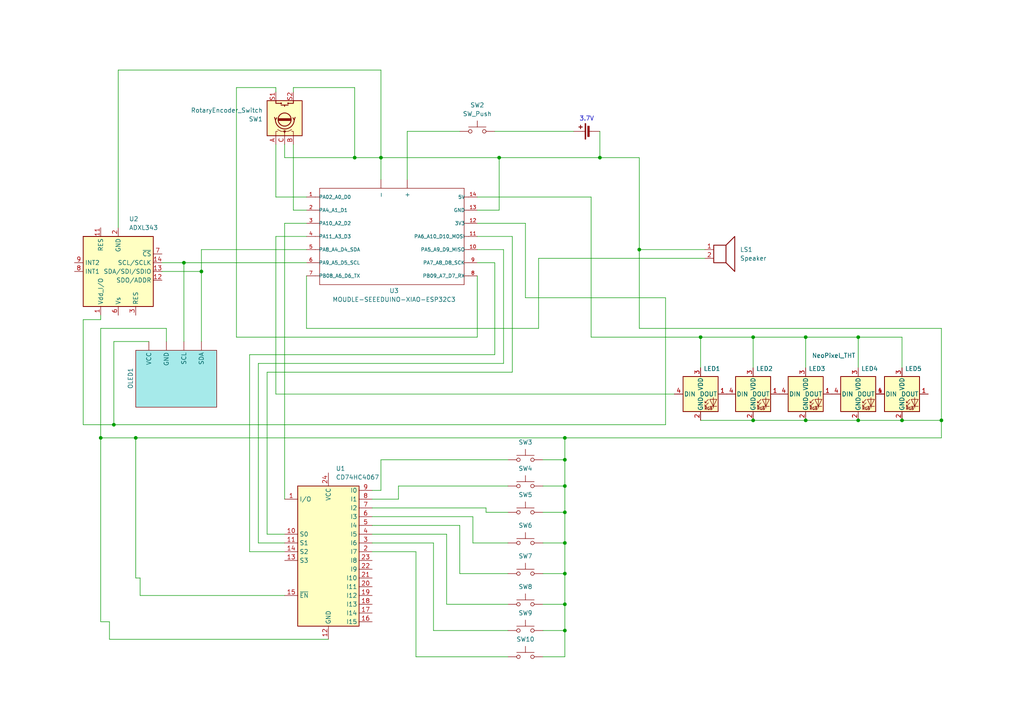
<source format=kicad_sch>
(kicad_sch (version 20250114) (generator "eeschema") (generator_version "9.0")
  (paper "A4")
  (lib_symbols
    (symbol "Device:Battery_Cell" (pin_numbers (hide yes)) (pin_names (offset 0) (hide yes))
      (property "Reference" "BT" (at 2.54 2.54 0))
      (property "Value" "Battery_Cell" (at 2.54 0 0))
      (symbol "Battery_Cell_0_1"
        (rectangle (start -2.286 1.778) (end 2.286 1.524) (fill (type outline)))
        (rectangle (start -1.524 1.016) (end 1.524 0.508) (fill (type outline)))
        (polyline (pts (xy 0 1.778) (xy 0 2.54)))
        (polyline (pts (xy 0 0.762) (xy 0 0)))
        (polyline (pts (xy 0.762 3.048) (xy 1.778 3.048)) (stroke (width 0.254)))
        (polyline (pts (xy 1.27 3.556) (xy 1.27 2.54)) (stroke (width 0.254)))
      )
      (symbol "Battery_Cell_1_1"
        (pin passive line (at 0 5.08 270) (length 2.54) (name "+") (number "1"))
        (pin passive line (at 0 -2.54 90) (length 2.54) (name "-") (number "2"))
      )
    )
    (symbol "Device:RotaryEncoder_Switch" (pin_names (offset 0.254) (hide yes))
      (property "Reference" "SW" (at 0 6.604 0))
      (property "Value" "RotaryEncoder_Switch" (at 0 -6.604 0))
      (symbol "RotaryEncoder_Switch_0_1"
        (rectangle (start -5.08 5.08) (end 5.08 -5.08) (stroke (width 0.254)) (fill (type background)))
        (polyline (pts (xy -5.08 2.54) (xy -3.81 2.54) (xy -3.81 2.032)))
        (polyline (pts (xy -5.08 0) (xy -3.81 0) (xy -3.81 -1.016) (xy -3.302 -2.032)))
        (polyline (pts (xy -5.08 -2.54) (xy -3.81 -2.54) (xy -3.81 -2.032)))
        (polyline (pts (xy -4.318 0) (xy -3.81 0) (xy -3.81 1.016) (xy -3.302 2.032)))
        (circle (center -3.81 0) (radius 0.254) (fill (type outline)))
        (polyline (pts (xy -0.635 -1.778) (xy -0.635 1.778)) (stroke (width 0.254)))
        (circle (center -0.381 0) (radius 1.905) (stroke (width 0.254)))
        (polyline (pts (xy -0.381 -1.778) (xy -0.381 1.778)) (stroke (width 0.254)))
        (arc (start -0.381 -2.794) (mid -3.0988 -0.0635) (end -0.381 2.667) (stroke (width 0.254)))
        (polyline (pts (xy -0.127 1.778) (xy -0.127 -1.778)) (stroke (width 0.254)))
        (polyline (pts (xy 0.254 2.921) (xy -0.508 2.667) (xy 0.127 2.286)) (stroke (width 0.254)))
        (polyline (pts (xy 0.254 -3.048) (xy -0.508 -2.794) (xy 0.127 -2.413)) (stroke (width 0.254)))
        (polyline (pts (xy 3.81 1.016) (xy 3.81 -1.016)) (stroke (width 0.254)))
        (polyline (pts (xy 3.81 0) (xy 3.429 0)) (stroke (width 0.254)))
        (circle (center 4.318 1.016) (radius 0.127) (stroke (width 0.254)))
        (circle (center 4.318 -1.016) (radius 0.127) (stroke (width 0.254)))
        (polyline (pts (xy 5.08 2.54) (xy 4.318 2.54) (xy 4.318 1.016)) (stroke (width 0.254)))
        (polyline (pts (xy 5.08 -2.54) (xy 4.318 -2.54) (xy 4.318 -1.016)) (stroke (width 0.254)))
      )
      (symbol "RotaryEncoder_Switch_1_1"
        (pin passive line (at -7.62 2.54 0) (length 2.54) (name "A") (number "A"))
        (pin passive line (at -7.62 0 0) (length 2.54) (name "C") (number "C"))
        (pin passive line (at -7.62 -2.54 0) (length 2.54) (name "B") (number "B"))
        (pin passive line (at 7.62 2.54 180) (length 2.54) (name "S1") (number "S1"))
        (pin passive line (at 7.62 -2.54 180) (length 2.54) (name "S2") (number "S2"))
      )
    )
    (symbol "Device:Speaker" (pin_names (offset 0) (hide yes))
      (property "Reference" "LS" (at 1.27 5.715 0))
      (property "Value" "Speaker" (at 1.27 3.81 0))
      (symbol "Speaker_0_0"
        (rectangle (start -2.54 1.27) (end 1.016 -3.81) (stroke (width 0.254)))
        (polyline (pts (xy 1.016 1.27) (xy 3.556 3.81) (xy 3.556 -6.35) (xy 1.016 -3.81)) (stroke (width 0.254)))
      )
      (symbol "Speaker_1_1"
        (pin input line (at -5.08 0 0) (length 2.54) (name "1") (number "1"))
        (pin input line (at -5.08 -2.54 0) (length 2.54) (name "2") (number "2"))
      )
    )
    (symbol "Introduction to Sensors and Circuits Library:SSD1306_128x64_OLED_screen"
      (property "Reference" "OLED1" (at -2.54 -1.27 0))
      (property "Value" "~" (at -3.81 -1.27 0))
      (symbol "SSD1306_128x64_OLED_screen_0_1"
        (rectangle (start -11.43 7.62) (end 12.065 -8.89) (fill (type color) (color 0 194 194 0.35)))
      )
      (symbol "SSD1306_128x64_OLED_screen_1_1"
        (pin input line (at -7.62 10.16 270) (length 2.54) (name "VCC") (number ""))
        (pin input line (at -2.54 10.16 270) (length 2.54) (name "GND") (number ""))
        (pin input line (at 2.54 10.16 270) (length 2.54) (name "SCL") (number ""))
        (pin input line (at 7.62 10.16 270) (length 2.54) (name "SDA") (number ""))
      )
    )
    (symbol "LED:NeoPixel_THT" (pin_names (offset 0.254))
      (property "Reference" "D" (at 5.08 5.715 0))
      (property "Value" "NeoPixel_THT" (at 1.27 -5.715 0))
      (symbol "NeoPixel_THT_0_0"
        (text "RGB" (at 2.286 -4.191 0) (effects (font (size 0.762 0.762))))
      )
      (symbol "NeoPixel_THT_0_1"
        (polyline (pts (xy 1.27 -2.54) (xy 1.778 -2.54)))
        (polyline (pts (xy 1.27 -3.556) (xy 1.778 -3.556)))
        (polyline (pts (xy 2.286 -1.524) (xy 1.27 -2.54) (xy 1.27 -2.032)))
        (polyline (pts (xy 2.286 -2.54) (xy 1.27 -3.556) (xy 1.27 -3.048)))
        (polyline (pts (xy 3.683 -1.016) (xy 3.683 -3.556) (xy 3.683 -4.064)))
        (polyline (pts (xy 4.699 -1.524) (xy 2.667 -1.524) (xy 3.683 -3.556) (xy 4.699 -1.524)))
        (polyline (pts (xy 4.699 -3.556) (xy 2.667 -3.556)))
        (rectangle (start 5.08 5.08) (end -5.08 -5.08) (stroke (width 0.254)) (fill (type background)))
      )
      (symbol "NeoPixel_THT_1_1"
        (pin input line (at -7.62 0 0) (length 2.54) (name "DIN") (number "4"))
        (pin power_in line (at 0 7.62 270) (length 2.54) (name "VDD") (number "3"))
        (pin power_in line (at 0 -7.62 90) (length 2.54) (name "GND") (number "2"))
        (pin output line (at 7.62 0 180) (length 2.54) (name "DOUT") (number "1"))
      )
    )
    (symbol "MOUDLE-SEEEDUINO-XIAO-ESP32C3:MOUDLE-SEEEDUINO-XIAO-ESP32C3" (pin_names (offset 1.016))
      (property "Reference" "U3" (at -0.635 19.05 0))
      (property "Value" "MOUDLE-SEEEDUINO-XIAO-ESP32C3" (at -0.635 16.51 0))
      (symbol "MOUDLE-SEEEDUINO-XIAO-ESP32C3_0_0"
        (polyline (pts (xy -21.59 13.97) (xy 20.32 13.97)) (stroke (width 0.1524)))
        (polyline (pts (xy -21.59 11.43) (xy -22.86 11.43)) (stroke (width 0.1524)))
        (polyline (pts (xy -21.59 11.43) (xy -21.59 13.97)) (stroke (width 0.1524)))
        (polyline (pts (xy -21.59 7.62) (xy -22.86 7.62)) (stroke (width 0.1524)))
        (polyline (pts (xy -21.59 7.62) (xy -21.59 11.43)) (stroke (width 0.1524)))
        (polyline (pts (xy -21.59 3.81) (xy -22.86 3.81)) (stroke (width 0.1524)))
        (polyline (pts (xy -21.59 3.81) (xy -21.59 7.62)) (stroke (width 0.1524)))
        (polyline (pts (xy -21.59 0) (xy -22.86 0)) (stroke (width 0.1524)))
        (polyline (pts (xy -21.59 0) (xy -21.59 3.81)) (stroke (width 0.1524)))
        (polyline (pts (xy -21.59 -3.81) (xy -22.86 -3.81)) (stroke (width 0.1524)))
        (polyline (pts (xy -21.59 -7.62) (xy -22.86 -7.62)) (stroke (width 0.1524)))
        (polyline (pts (xy -21.59 -11.43) (xy -22.86 -11.43)) (stroke (width 0.1524)))
        (polyline (pts (xy -21.59 -13.97) (xy -21.59 0)) (stroke (width 0.1524)))
        (polyline (pts (xy 20.32 13.97) (xy 20.32 11.43)) (stroke (width 0.1524)))
        (polyline (pts (xy 20.32 11.43) (xy 20.32 7.62)) (stroke (width 0.1524)))
        (polyline (pts (xy 20.32 7.62) (xy 20.32 3.81)) (stroke (width 0.1524)))
        (polyline (pts (xy 20.32 3.81) (xy 20.32 -13.97)) (stroke (width 0.1524)))
        (polyline (pts (xy 20.32 -13.97) (xy -21.59 -13.97)) (stroke (width 0.1524)))
        (polyline (pts (xy 21.59 11.43) (xy 20.32 11.43)) (stroke (width 0.1524)))
        (polyline (pts (xy 21.59 7.62) (xy 20.32 7.62)) (stroke (width 0.1524)))
        (polyline (pts (xy 21.59 3.81) (xy 20.32 3.81)) (stroke (width 0.1524)))
        (polyline (pts (xy 21.59 0) (xy 20.32 0)) (stroke (width 0.1524)))
        (polyline (pts (xy 21.59 -3.81) (xy 20.32 -3.81)) (stroke (width 0.1524)))
        (polyline (pts (xy 21.59 -7.62) (xy 20.32 -7.62)) (stroke (width 0.1524)))
        (polyline (pts (xy 21.59 -11.43) (xy 20.32 -11.43)) (stroke (width 0.1524)))
        (pin bidirectional line (at -25.4 11.43 0) (length 2.54) (name "PA02_A0_D0") (number "1"))
        (pin bidirectional line (at -25.4 7.62 0) (length 2.54) (name "PA4_A1_D1") (number "2"))
        (pin bidirectional line (at -25.4 3.81 0) (length 2.54) (name "PA10_A2_D2") (number "3"))
        (pin bidirectional line (at -25.4 0 0) (length 2.54) (name "PA11_A3_D3") (number "4"))
        (pin bidirectional line (at -25.4 -3.81 0) (length 2.54) (name "PA8_A4_D4_SDA") (number "5"))
        (pin bidirectional line (at -25.4 -7.62 0) (length 2.54) (name "PA9_A5_D5_SCL") (number "6"))
        (pin bidirectional line (at -25.4 -11.43 0) (length 2.54) (name "PB08_A6_D6_TX") (number "7"))
        (pin bidirectional line (at 24.13 11.43 180) (length 2.54) (name "5V") (number "14"))
        (pin bidirectional line (at 24.13 7.62 180) (length 2.54) (name "GND") (number "13"))
        (pin bidirectional line (at 24.13 3.81 180) (length 2.54) (name "3V3") (number "12"))
        (pin bidirectional line (at 24.13 0 180) (length 2.54) (name "PA6_A10_D10_MOSI") (number "11"))
        (pin bidirectional line (at 24.13 -3.81 180) (length 2.54) (name "PA5_A9_D9_MISO") (number "10"))
        (pin bidirectional line (at 24.13 -7.62 180) (length 2.54) (name "PA7_A8_D8_SCK") (number "9"))
        (pin bidirectional line (at 24.13 -11.43 180) (length 2.54) (name "PB09_A7_D7_RX") (number "8"))
      )
      (symbol "MOUDLE-SEEEDUINO-XIAO-ESP32C3_1_1"
        (pin input line (at -3.81 16.51 270) (length 2.54) (name "-") (number ""))
        (pin input line (at 3.81 16.51 270) (length 2.54) (name "+") (number ""))
      )
    )
    (symbol "Sensor_Motion:ADXL343"
      (property "Reference" "U" (at -8.89 11.43 0))
      (property "Value" "ADXL343" (at -7.62 -11.43 0))
      (symbol "ADXL343_0_1"
        (rectangle (start -10.16 10.16) (end 10.16 -10.16) (stroke (width 0.254)) (fill (type background)))
      )
      (symbol "ADXL343_1_1"
        (pin bidirectional line (at -12.7 2.54 0) (length 2.54) (name "SDO/ADDR") (number "12"))
        (pin bidirectional line (at -12.7 0 0) (length 2.54) (name "SDA/SDI/SDIO") (number "13"))
        (pin input line (at -12.7 -2.54 0) (length 2.54) (name "SCL/SCLK") (number "14"))
        (pin input line (at -12.7 -5.08 0) (length 2.54) (name "~{CS}") (number "7"))
        (pin passive line (at -5.08 12.7 270) (length 2.54) (name "RES") (number "3"))
        (pin no_connect line (at -5.08 -10.16 90) (length 2.54) (hide yes) (name "NC") (number "10"))
        (pin power_in line (at 0 12.7 270) (length 2.54) (name "Vs") (number "6"))
        (pin power_in line (at 0 -12.7 90) (length 2.54) (name "GND") (number "2"))
        (pin passive line (at 0 -12.7 90) (length 2.54) (hide yes) (name "GND") (number "4"))
        (pin passive line (at 0 -12.7 90) (length 2.54) (hide yes) (name "GND") (number "5"))
        (pin power_in line (at 5.08 12.7 270) (length 2.54) (name "Vdd_I/O") (number "1"))
        (pin passive line (at 5.08 -12.7 90) (length 2.54) (name "RES") (number "11"))
        (pin output line (at 12.7 0 180) (length 2.54) (name "INT1") (number "8"))
        (pin output line (at 12.7 -2.54 180) (length 2.54) (name "INT2") (number "9"))
      )
    )
    (symbol "SparkFun-IC-Special-Function:CD74HC4067"
      (property "Reference" "U" (at -7.62 17.78 0))
      (property "Value" "CD74HC4067" (at 7.62 17.78 0))
      (symbol "CD74HC4067_0_1"
        (rectangle (start -8.89 16.51) (end 8.89 -24.13) (stroke (width 0.254)) (fill (type background)))
      )
      (symbol "CD74HC4067_1_1"
        (pin bidirectional line (at -12.7 12.7 0) (length 3.81) (name "I/O") (number "1"))
        (pin input line (at -12.7 2.54 0) (length 3.81) (name "S0") (number "10"))
        (pin input line (at -12.7 0 0) (length 3.81) (name "S1") (number "11"))
        (pin input line (at -12.7 -2.54 0) (length 3.81) (name "S2") (number "14"))
        (pin input line (at -12.7 -5.08 0) (length 3.81) (name "S3") (number "13"))
        (pin input line (at -12.7 -15.24 0) (length 3.81) (name "~{EN}") (number "15"))
        (pin power_in line (at 0 20.32 270) (length 3.81) (name "VCC") (number "24"))
        (pin power_in line (at 0 -27.94 90) (length 3.81) (name "GND") (number "12"))
        (pin bidirectional line (at 12.7 15.24 180) (length 3.81) (name "I0") (number "9"))
        (pin bidirectional line (at 12.7 12.7 180) (length 3.81) (name "I1") (number "8"))
        (pin bidirectional line (at 12.7 10.16 180) (length 3.81) (name "I2") (number "7"))
        (pin bidirectional line (at 12.7 7.62 180) (length 3.81) (name "I3") (number "6"))
        (pin bidirectional line (at 12.7 5.08 180) (length 3.81) (name "I4") (number "5"))
        (pin bidirectional line (at 12.7 2.54 180) (length 3.81) (name "I5") (number "4"))
        (pin bidirectional line (at 12.7 0 180) (length 3.81) (name "I6") (number "3"))
        (pin bidirectional line (at 12.7 -2.54 180) (length 3.81) (name "I7") (number "2"))
        (pin bidirectional line (at 12.7 -5.08 180) (length 3.81) (name "I8") (number "23"))
        (pin bidirectional line (at 12.7 -7.62 180) (length 3.81) (name "I9") (number "22"))
        (pin bidirectional line (at 12.7 -10.16 180) (length 3.81) (name "I10") (number "21"))
        (pin bidirectional line (at 12.7 -12.7 180) (length 3.81) (name "I11") (number "20"))
        (pin bidirectional line (at 12.7 -15.24 180) (length 3.81) (name "I12") (number "19"))
        (pin bidirectional line (at 12.7 -17.78 180) (length 3.81) (name "I13") (number "18"))
        (pin bidirectional line (at 12.7 -20.32 180) (length 3.81) (name "I14") (number "17"))
        (pin bidirectional line (at 12.7 -22.86 180) (length 3.81) (name "I15") (number "16"))
      )
    )
    (symbol "SparkFun-Switch:SPST_Push_PTH_RA_7.4x4.3mm" (pin_numbers (hide yes)) (pin_names (offset 0) (hide yes))
      (property "Reference" "SW" (at 0 5.08 0))
      (property "Value" "PTH_RA_7.4x4.3mm" (at 0 -2.54 0))
      (symbol "SPST_Push_PTH_RA_7.4x4.3mm_0_1"
        (circle (center -2.032 0) (radius 0.508))
        (polyline (pts (xy 0 1.27) (xy 0 3.048)))
        (circle (center 2.032 0) (radius 0.508))
        (polyline (pts (xy 2.54 1.27) (xy -2.54 1.27)))
        (pin passive line (at -5.08 0 0) (length 2.54) (name "1") (number "1"))
        (pin passive line (at 5.08 0 180) (length 2.54) (name "2") (number "2"))
      )
      (symbol "SPST_Push_PTH_RA_7.4x4.3mm_1_1"
        (pin passive line (at -5.08 2.54 0) (length 2.54) (hide yes) (name "M1") (number "M1"))
        (pin passive line (at 5.08 2.54 180) (length 2.54) (hide yes) (name "M2") (number "M2"))
      )
    )
    (symbol "Switch:SW_Push" (pin_numbers (hide yes)) (pin_names (offset 1.016) (hide yes))
      (property "Reference" "SW" (at 1.27 2.54 0))
      (property "Value" "SW_Push" (at 0 -1.524 0))
      (symbol "SW_Push_0_1"
        (circle (center -2.032 0) (radius 0.508))
        (polyline (pts (xy 0 1.27) (xy 0 3.048)))
        (circle (center 2.032 0) (radius 0.508))
        (polyline (pts (xy 2.54 1.27) (xy -2.54 1.27)))
        (pin passive line (at -5.08 0 0) (length 2.54) (name "1") (number "1"))
        (pin passive line (at 5.08 0 180) (length 2.54) (name "2") (number "2"))
      )
    )
  )
  (text "3.7V" (at 170.18 34.544 0) (effects (font (size 1.27 1.27))))
  (junction (at 144.78 45.72))
  (junction (at 261.62 121.92))
  (junction (at 163.83 182.88))
  (junction (at 273.05 121.92))
  (junction (at 29.21 127))
  (junction (at 102.87 45.72))
  (junction (at 163.83 133.35))
  (junction (at 218.44 97.79))
  (junction (at 163.83 175.26))
  (junction (at 163.83 127))
  (junction (at 163.83 140.97))
  (junction (at 233.68 97.79))
  (junction (at 233.68 121.92))
  (junction (at 163.83 148.59))
  (junction (at 218.44 121.92))
  (junction (at 33.02 123.19))
  (junction (at 39.37 127))
  (junction (at 110.49 45.72))
  (junction (at 173.99 45.72))
  (junction (at 185.42 72.39))
  (junction (at 248.92 121.92))
  (junction (at 248.92 97.79))
  (junction (at 163.83 157.48))
  (junction (at 58.42 78.74))
  (junction (at 203.2 97.79))
  (junction (at 53.34 76.2))
  (junction (at 163.83 166.37))
  (wire (pts (xy 137.16 157.48) (xy 147.32 157.48)))
  (wire (pts (xy 156.21 74.93) (xy 156.21 95.25)))
  (wire (pts (xy 58.42 72.39) (xy 88.9 72.39)))
  (wire (pts (xy 72.39 160.02) (xy 72.39 102.87)))
  (wire (pts (xy 248.92 121.92) (xy 261.62 121.92)))
  (wire (pts (xy 48.26 95.25) (xy 29.21 95.25)))
  (wire (pts (xy 157.48 140.97) (xy 163.83 140.97)))
  (wire (pts (xy 118.11 38.1) (xy 133.35 38.1)))
  (wire (pts (xy 39.37 127) (xy 163.83 127)))
  (wire (pts (xy 74.93 157.48) (xy 74.93 105.41)))
  (wire (pts (xy 68.58 97.79) (xy 68.58 25.4)))
  (wire (pts (xy 82.55 154.94) (xy 77.47 154.94)))
  (wire (pts (xy 85.09 25.4) (xy 102.87 25.4)))
  (wire (pts (xy 82.55 160.02) (xy 72.39 160.02)))
  (wire (pts (xy 24.13 92.71) (xy 24.13 123.19)))
  (wire (pts (xy 29.21 92.71) (xy 24.13 92.71)))
  (wire (pts (xy 233.68 121.92) (xy 248.92 121.92)))
  (wire (pts (xy 85.09 60.96) (xy 88.9 60.96)))
  (wire (pts (xy 129.54 154.94) (xy 129.54 175.26)))
  (wire (pts (xy 102.87 25.4) (xy 102.87 45.72)))
  (wire (pts (xy 203.2 97.79) (xy 203.2 106.68)))
  (wire (pts (xy 233.68 97.79) (xy 218.44 97.79)))
  (wire (pts (xy 163.83 190.5) (xy 163.83 182.88)))
  (wire (pts (xy 120.65 160.02) (xy 120.65 190.5)))
  (wire (pts (xy 80.01 25.4) (xy 80.01 26.67)))
  (wire (pts (xy 144.78 45.72) (xy 144.78 60.96)))
  (wire (pts (xy 107.95 160.02) (xy 120.65 160.02)))
  (wire (pts (xy 88.9 95.25) (xy 88.9 80.01)))
  (wire (pts (xy 143.51 38.1) (xy 166.37 38.1)))
  (wire (pts (xy 80.01 41.91) (xy 80.01 57.15)))
  (wire (pts (xy 82.55 45.72) (xy 82.55 41.91)))
  (wire (pts (xy 157.48 190.5) (xy 163.83 190.5)))
  (wire (pts (xy 157.48 133.35) (xy 163.83 133.35)))
  (wire (pts (xy 82.55 45.72) (xy 102.87 45.72)))
  (wire (pts (xy 140.97 147.32) (xy 140.97 148.59)))
  (wire (pts (xy 146.05 72.39) (xy 138.43 72.39)))
  (wire (pts (xy 82.55 64.77) (xy 88.9 64.77)))
  (wire (pts (xy 218.44 97.79) (xy 203.2 97.79)))
  (wire (pts (xy 157.48 166.37) (xy 163.83 166.37)))
  (wire (pts (xy 74.93 105.41) (xy 146.05 105.41)))
  (wire (pts (xy 273.05 95.25) (xy 185.42 95.25)))
  (wire (pts (xy 125.73 182.88) (xy 147.32 182.88)))
  (wire (pts (xy 261.62 97.79) (xy 248.92 97.79)))
  (wire (pts (xy 218.44 121.92) (xy 233.68 121.92)))
  (wire (pts (xy 120.65 190.5) (xy 147.32 190.5)))
  (wire (pts (xy 138.43 57.15) (xy 171.45 57.15)))
  (wire (pts (xy 185.42 72.39) (xy 185.42 45.72)))
  (wire (pts (xy 273.05 127) (xy 273.05 121.92)))
  (wire (pts (xy 58.42 78.74) (xy 58.42 99.06)))
  (wire (pts (xy 29.21 95.25) (xy 29.21 127)))
  (wire (pts (xy 82.55 157.48) (xy 74.93 157.48)))
  (wire (pts (xy 157.48 157.48) (xy 163.83 157.48)))
  (wire (pts (xy 29.21 180.34) (xy 29.21 127)))
  (wire (pts (xy 68.58 97.79) (xy 138.43 97.79)))
  (wire (pts (xy 163.83 175.26) (xy 163.83 166.37)))
  (wire (pts (xy 82.55 144.78) (xy 82.55 64.77)))
  (wire (pts (xy 133.35 152.4) (xy 133.35 166.37)))
  (wire (pts (xy 107.95 157.48) (xy 125.73 157.48)))
  (wire (pts (xy 185.42 72.39) (xy 185.42 95.25)))
  (wire (pts (xy 248.92 97.79) (xy 233.68 97.79)))
  (wire (pts (xy 273.05 95.25) (xy 273.05 121.92)))
  (wire (pts (xy 193.04 86.36) (xy 193.04 123.19)))
  (wire (pts (xy 33.02 99.06) (xy 33.02 123.19)))
  (wire (pts (xy 110.49 45.72) (xy 144.78 45.72)))
  (wire (pts (xy 110.49 20.32) (xy 110.49 45.72)))
  (wire (pts (xy 163.83 182.88) (xy 163.83 175.26)))
  (wire (pts (xy 125.73 157.48) (xy 125.73 182.88)))
  (wire (pts (xy 163.83 140.97) (xy 163.83 133.35)))
  (wire (pts (xy 24.13 123.19) (xy 33.02 123.19)))
  (wire (pts (xy 107.95 149.86) (xy 137.16 149.86)))
  (wire (pts (xy 261.62 121.92) (xy 273.05 121.92)))
  (wire (pts (xy 163.83 148.59) (xy 163.83 140.97)))
  (wire (pts (xy 53.34 76.2) (xy 88.9 76.2)))
  (wire (pts (xy 248.92 106.68) (xy 248.92 97.79)))
  (wire (pts (xy 46.99 78.74) (xy 58.42 78.74)))
  (wire (pts (xy 80.01 68.58) (xy 88.9 68.58)))
  (wire (pts (xy 85.09 25.4) (xy 85.09 26.67)))
  (wire (pts (xy 40.64 167.64) (xy 39.37 167.64)))
  (wire (pts (xy 68.58 25.4) (xy 80.01 25.4)))
  (wire (pts (xy 146.05 105.41) (xy 146.05 72.39)))
  (wire (pts (xy 157.48 148.59) (xy 163.83 148.59)))
  (wire (pts (xy 185.42 72.39) (xy 204.47 72.39)))
  (wire (pts (xy 31.75 185.42) (xy 95.25 185.42)))
  (wire (pts (xy 29.21 127) (xy 39.37 127)))
  (wire (pts (xy 77.47 107.95) (xy 148.59 107.95)))
  (wire (pts (xy 152.4 64.77) (xy 152.4 86.36)))
  (wire (pts (xy 107.95 147.32) (xy 140.97 147.32)))
  (wire (pts (xy 31.75 180.34) (xy 31.75 185.42)))
  (wire (pts (xy 110.49 133.35) (xy 147.32 133.35)))
  (wire (pts (xy 148.59 107.95) (xy 148.59 68.58)))
  (wire (pts (xy 34.29 20.32) (xy 110.49 20.32)))
  (wire (pts (xy 138.43 64.77) (xy 152.4 64.77)))
  (wire (pts (xy 138.43 97.79) (xy 138.43 80.01)))
  (wire (pts (xy 173.99 45.72) (xy 144.78 45.72)))
  (wire (pts (xy 46.99 76.2) (xy 53.34 76.2)))
  (wire (pts (xy 43.18 99.06) (xy 33.02 99.06)))
  (wire (pts (xy 102.87 45.72) (xy 110.49 45.72)))
  (wire (pts (xy 218.44 106.68) (xy 218.44 97.79)))
  (wire (pts (xy 33.02 123.19) (xy 193.04 123.19)))
  (wire (pts (xy 129.54 175.26) (xy 147.32 175.26)))
  (wire (pts (xy 133.35 166.37) (xy 147.32 166.37)))
  (wire (pts (xy 40.64 172.72) (xy 82.55 172.72)))
  (wire (pts (xy 156.21 74.93) (xy 204.47 74.93)))
  (wire (pts (xy 40.64 167.64) (xy 40.64 172.72)))
  (wire (pts (xy 34.29 66.04) (xy 34.29 20.32)))
  (wire (pts (xy 173.99 45.72) (xy 185.42 45.72)))
  (wire (pts (xy 31.75 180.34) (xy 29.21 180.34)))
  (wire (pts (xy 107.95 144.78) (xy 115.57 144.78)))
  (wire (pts (xy 143.51 76.2) (xy 138.43 76.2)))
  (wire (pts (xy 203.2 97.79) (xy 171.45 97.79)))
  (wire (pts (xy 110.49 133.35) (xy 110.49 142.24)))
  (wire (pts (xy 148.59 68.58) (xy 138.43 68.58)))
  (wire (pts (xy 115.57 144.78) (xy 115.57 140.97)))
  (wire (pts (xy 173.99 38.1) (xy 173.99 45.72)))
  (wire (pts (xy 137.16 149.86) (xy 137.16 157.48)))
  (wire (pts (xy 39.37 167.64) (xy 39.37 127)))
  (wire (pts (xy 53.34 76.2) (xy 53.34 99.06)))
  (wire (pts (xy 144.78 60.96) (xy 138.43 60.96)))
  (wire (pts (xy 163.83 157.48) (xy 163.83 166.37)))
  (wire (pts (xy 58.42 72.39) (xy 58.42 78.74)))
  (wire (pts (xy 261.62 106.68) (xy 261.62 97.79)))
  (wire (pts (xy 163.83 127) (xy 273.05 127)))
  (wire (pts (xy 115.57 140.97) (xy 147.32 140.97)))
  (wire (pts (xy 203.2 121.92) (xy 218.44 121.92)))
  (wire (pts (xy 107.95 152.4) (xy 133.35 152.4)))
  (wire (pts (xy 110.49 142.24) (xy 107.95 142.24)))
  (wire (pts (xy 29.21 91.44) (xy 29.21 92.71)))
  (wire (pts (xy 163.83 127) (xy 163.83 133.35)))
  (wire (pts (xy 171.45 57.15) (xy 171.45 97.79)))
  (wire (pts (xy 156.21 95.25) (xy 88.9 95.25)))
  (wire (pts (xy 193.04 86.36) (xy 152.4 86.36)))
  (wire (pts (xy 118.11 52.07) (xy 118.11 38.1)))
  (wire (pts (xy 72.39 102.87) (xy 143.51 102.87)))
  (wire (pts (xy 85.09 41.91) (xy 85.09 60.96)))
  (wire (pts (xy 157.48 182.88) (xy 163.83 182.88)))
  (wire (pts (xy 195.58 114.3) (xy 80.01 114.3)))
  (wire (pts (xy 157.48 175.26) (xy 163.83 175.26)))
  (wire (pts (xy 233.68 106.68) (xy 233.68 97.79)))
  (wire (pts (xy 140.97 148.59) (xy 147.32 148.59)))
  (wire (pts (xy 48.26 99.06) (xy 48.26 95.25)))
  (wire (pts (xy 80.01 114.3) (xy 80.01 68.58)))
  (wire (pts (xy 77.47 154.94) (xy 77.47 107.95)))
  (wire (pts (xy 163.83 157.48) (xy 163.83 148.59)))
  (wire (pts (xy 110.49 45.72) (xy 110.49 52.07)))
  (wire (pts (xy 80.01 57.15) (xy 88.9 57.15)))
  (wire (pts (xy 107.95 154.94) (xy 129.54 154.94)))
  (wire (pts (xy 143.51 102.87) (xy 143.51 76.2)))
  (symbol (lib_id "LED:NeoPixel_THT") (at 218.44 114.3 0) (unit 1)
    (property "Reference" "LED2" (at 221.742 106.934 0))
    (property "Value" "NeoPixel_THT" (effects (hide yes)))
    (property "Datasheet" "https://www.adafruit.com/product/1938" (effects (hide yes)))
    (property "Description" "RGB LED with integrated controller, 5mm/8mm LED package" (effects (hide yes)))
  )
  (symbol (lib_id "Introduction to Sensors and Circuits Library:SSD1306_128x64_OLED_screen") (at 50.8 109.22 0) (unit 1)
    (property "Reference" "OLED1" (at 37.846 109.728 90))
  )
  (symbol (lib_id "LED:NeoPixel_THT") (at 233.68 114.3 0) (unit 1)
    (property "Reference" "LED3" (at 236.982 106.934 0))
    (property "Value" "NeoPixel_THT" (effects (hide yes)))
    (property "Datasheet" "https://www.adafruit.com/product/1938" (effects (hide yes)))
    (property "Description" "RGB LED with integrated controller, 5mm/8mm LED package" (effects (hide yes)))
  )
  (symbol (lib_id "SparkFun-Switch:SPST_Push_PTH_RA_7.4x4.3mm") (at 152.4 182.88 0) (unit 1)
    (property "Reference" "SW9" (at 152.4 177.8 0))
    (property "Value" "PTH_RA_7.4x4.3mm" (effects (hide yes)))
    (property "Footprint" "SparkFun-Switch:Push_PTH_RA_7.4x4.3mm" (effects (hide yes)))
    (property "Datasheet" "http://cdn.sparkfun.com/datasheets/Components/Switches/SW016.JPG" (effects (hide yes)))
    (property "Description" "Single Pole Single Throw (SPST) switch" (effects (hide yes)))
    (property "PROD_ID" "SWCH-10672" (effects (hide yes)))
  )
  (symbol (lib_id "MOUDLE-SEEEDUINO-XIAO-ESP32C3:MOUDLE-SEEEDUINO-XIAO-ESP32C3") (at 114.3 68.58 0) (unit 1)
    (property "Reference" "U3" (at 114.3 84.328 0))
    (property "Value" "MOUDLE-SEEEDUINO-XIAO-ESP32C3" (at 114.3 86.868 0))
    (property "Footprint" "MOUDLE14P-SMD-2.54-21X17.8MM" (effects (hide yes)))
  )
  (symbol (lib_id "SparkFun-Switch:SPST_Push_PTH_RA_7.4x4.3mm") (at 152.4 133.35 0) (unit 1)
    (property "Reference" "SW3" (at 152.4 128.27 0))
    (property "Value" "PTH_RA_7.4x4.3mm" (effects (hide yes)))
    (property "Footprint" "SparkFun-Switch:Push_PTH_RA_7.4x4.3mm" (effects (hide yes)))
    (property "Datasheet" "http://cdn.sparkfun.com/datasheets/Components/Switches/SW016.JPG" (effects (hide yes)))
    (property "Description" "Single Pole Single Throw (SPST) switch" (effects (hide yes)))
    (property "PROD_ID" "SWCH-10672" (effects (hide yes)))
  )
  (symbol (lib_id "SparkFun-IC-Special-Function:CD74HC4067") (at 95.25 157.48 0) (unit 1)
    (property "Reference" "U1" (at 97.3933 135.89 0) (effects (justify left)))
    (property "Value" "CD74HC4067" (at 97.3933 138.43 0) (effects (justify left)))
    (property "Footprint" "SparkFun-Semiconductor-Standard:TSSOP-24_4.4x7.8mm_P0.65mm" (effects (hide yes)))
    (property "Datasheet" "https://www.ti.com/lit/ds/symlink/cd74hc4067.pdf" (effects (hide yes)))
    (property "Description" "16-channel analog multiplexer / demultiplexer, 2.0..6.0V supply voltage, TSSOP-24" (effects (hide yes)))
    (property "PROD_ID" "IC-08252" (effects (hide yes)))
  )
  (symbol (lib_id "Device:Battery_Cell") (at 171.45 38.1 90) (unit 1)
    (property "Reference" "BT1" (effects (hide yes)))
    (property "Value" "Battery_Cell" (effects (hide yes)))
    (property "Description" "Single-cell battery" (effects (hide yes)))
  )
  (symbol (lib_id "Device:Speaker") (at 209.55 72.39 0) (unit 1)
    (property "Reference" "LS1" (at 214.63 72.3899 0) (effects (justify left)))
    (property "Value" "Speaker" (at 214.63 74.9299 0) (effects (justify left)))
    (property "Description" "Speaker" (effects (hide yes)))
  )
  (symbol (lib_id "SparkFun-Switch:SPST_Push_PTH_RA_7.4x4.3mm") (at 152.4 148.59 0) (unit 1)
    (property "Reference" "SW5" (at 152.4 143.51 0))
    (property "Value" "PTH_RA_7.4x4.3mm" (effects (hide yes)))
    (property "Footprint" "SparkFun-Switch:Push_PTH_RA_7.4x4.3mm" (effects (hide yes)))
    (property "Datasheet" "http://cdn.sparkfun.com/datasheets/Components/Switches/SW016.JPG" (effects (hide yes)))
    (property "Description" "Single Pole Single Throw (SPST) switch" (effects (hide yes)))
    (property "PROD_ID" "SWCH-10672" (effects (hide yes)))
  )
  (symbol (lib_id "Switch:SW_Push") (at 138.43 38.1 0) (unit 1)
    (property "Reference" "SW2" (at 138.43 30.48 0))
    (property "Value" "SW_Push" (at 138.43 33.02 0))
    (property "Description" "Push button switch, generic, two pins" (effects (hide yes)))
  )
  (symbol (lib_id "SparkFun-Switch:SPST_Push_PTH_RA_7.4x4.3mm") (at 152.4 157.48 0) (unit 1)
    (property "Reference" "SW6" (at 152.4 152.4 0))
    (property "Value" "PTH_RA_7.4x4.3mm" (effects (hide yes)))
    (property "Footprint" "SparkFun-Switch:Push_PTH_RA_7.4x4.3mm" (effects (hide yes)))
    (property "Datasheet" "http://cdn.sparkfun.com/datasheets/Components/Switches/SW016.JPG" (effects (hide yes)))
    (property "Description" "Single Pole Single Throw (SPST) switch" (effects (hide yes)))
    (property "PROD_ID" "SWCH-10672" (effects (hide yes)))
  )
  (symbol (lib_id "SparkFun-Switch:SPST_Push_PTH_RA_7.4x4.3mm") (at 152.4 140.97 0) (unit 1)
    (property "Reference" "SW4" (at 152.4 135.89 0))
    (property "Value" "PTH_RA_7.4x4.3mm" (effects (hide yes)))
    (property "Footprint" "SparkFun-Switch:Push_PTH_RA_7.4x4.3mm" (effects (hide yes)))
    (property "Datasheet" "http://cdn.sparkfun.com/datasheets/Components/Switches/SW016.JPG" (effects (hide yes)))
    (property "Description" "Single Pole Single Throw (SPST) switch" (effects (hide yes)))
    (property "PROD_ID" "SWCH-10672" (effects (hide yes)))
  )
  (symbol (lib_id "SparkFun-Switch:SPST_Push_PTH_RA_7.4x4.3mm") (at 152.4 166.37 0) (unit 1)
    (property "Reference" "SW7" (at 152.4 161.29 0))
    (property "Value" "PTH_RA_7.4x4.3mm" (effects (hide yes)))
    (property "Footprint" "SparkFun-Switch:Push_PTH_RA_7.4x4.3mm" (effects (hide yes)))
    (property "Datasheet" "http://cdn.sparkfun.com/datasheets/Components/Switches/SW016.JPG" (effects (hide yes)))
    (property "Description" "Single Pole Single Throw (SPST) switch" (effects (hide yes)))
    (property "PROD_ID" "SWCH-10672" (effects (hide yes)))
  )
  (symbol (lib_id "LED:NeoPixel_THT") (at 248.92 114.3 0) (unit 1)
    (property "Reference" "LED4" (at 252.222 106.934 0))
    (property "Value" "NeoPixel_THT" (effects (hide yes)))
    (property "Datasheet" "https://www.adafruit.com/product/1938" (effects (hide yes)))
    (property "Description" "RGB LED with integrated controller, 5mm/8mm LED package" (effects (hide yes)))
  )
  (symbol (lib_id "Device:RotaryEncoder_Switch") (at 82.55 34.29 90) (unit 1)
    (property "Reference" "SW1" (at 74.168 34.544 90))
    (property "Value" "RotaryEncoder_Switch" (at 65.786 32.004 90))
    (property "Description" "Rotary encoder, dual channel, incremental quadrate outputs, with switch" (effects (hide yes)))
  )
  (symbol (lib_id "Sensor_Motion:ADXL343") (at 34.29 78.74 180) (unit 1)
    (property "Reference" "U2" (at 37.4081 63.5 0) (effects (justify right)))
    (property "Value" "ADXL343" (at 37.4081 66.04 0) (effects (justify right)))
    (property "Footprint" "Package_LGA:LGA-14_3x5mm_P0.8mm_LayoutBorder1x6y" (effects (hide yes)))
    (property "Datasheet" "https://www.analog.com/media/en/technical-documentation/data-sheets/ADXL343.pdf" (effects (hide yes)))
    (property "Description" "3-Axis MEMS Accelerometer, 2/4/8/16g range, I2C/SPI, LGA-14" (effects (hide yes)))
  )
  (symbol (lib_id "LED:NeoPixel_THT") (at 261.62 114.3 0) (unit 1)
    (property "Reference" "LED5" (at 264.922 106.934 0))
    (property "Value" "NeoPixel_THT" (effects (hide yes)))
    (property "Datasheet" "https://www.adafruit.com/product/1938" (effects (hide yes)))
    (property "Description" "RGB LED with integrated controller, 5mm/8mm LED package" (effects (hide yes)))
  )
  (symbol (lib_id "SparkFun-Switch:SPST_Push_PTH_RA_7.4x4.3mm") (at 152.4 190.5 0) (unit 1)
    (property "Reference" "SW10" (at 152.4 185.42 0))
    (property "Value" "PTH_RA_7.4x4.3mm" (effects (hide yes)))
    (property "Footprint" "SparkFun-Switch:Push_PTH_RA_7.4x4.3mm" (effects (hide yes)))
    (property "Datasheet" "http://cdn.sparkfun.com/datasheets/Components/Switches/SW016.JPG" (effects (hide yes)))
    (property "Description" "Single Pole Single Throw (SPST) switch" (effects (hide yes)))
    (property "PROD_ID" "SWCH-10672" (effects (hide yes)))
  )
  (symbol (lib_id "SparkFun-Switch:SPST_Push_PTH_RA_7.4x4.3mm") (at 152.4 175.26 0) (unit 1)
    (property "Reference" "SW8" (at 152.4 170.18 0))
    (property "Value" "PTH_RA_7.4x4.3mm" (effects (hide yes)))
    (property "Footprint" "SparkFun-Switch:Push_PTH_RA_7.4x4.3mm" (effects (hide yes)))
    (property "Datasheet" "http://cdn.sparkfun.com/datasheets/Components/Switches/SW016.JPG" (effects (hide yes)))
    (property "Description" "Single Pole Single Throw (SPST) switch" (effects (hide yes)))
    (property "PROD_ID" "SWCH-10672" (effects (hide yes)))
  )
  (symbol (lib_id "LED:NeoPixel_THT") (at 203.2 114.3 0) (unit 1)
    (property "Reference" "LED1" (at 206.502 106.934 0))
    (property "Value" "NeoPixel_THT" (at 241.808 103.124 0))
    (property "Datasheet" "https://www.adafruit.com/product/1938" (effects (hide yes)))
    (property "Description" "RGB LED with integrated controller, 5mm/8mm LED package" (effects (hide yes)))
  )
)
</source>
